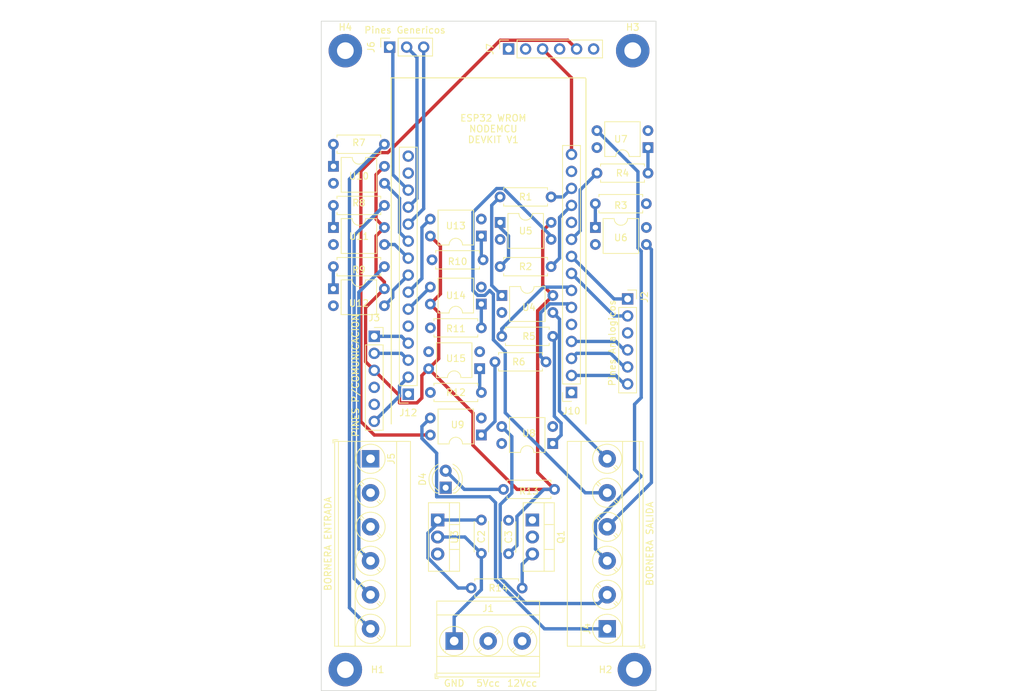
<source format=kicad_pcb>
(kicad_pcb (version 20240108) (generator "pcbnew") (generator_version "8.0")
  (layers (0 "F.Cu" signal) (31 "B.Cu" signal) (36 "B.SilkS" user "B.Silkscreen") (37 "F.SilkS" user "F.Silkscreen") (38 "B.Mask" user) (39 "F.Mask" user) (44 "Edge.Cuts" user))
  (net 0 "")
  (net 1 "+12V")
  (net 2 "GND")
  (net 3 "+5V")
  (net 4 "/ADC1")
  (net 5 "/ADC2")
  (net 6 "/DAC1")
  (net 7 "/DAC2")
  (net 8 "/OUT-3")
  (net 9 "/OUT-2")
  (net 10 "/OUT-1")
  (net 11 "/I2C-SCL")
  (net 12 "/UART-TX")
  (net 13 "/UART-RX")
  (net 14 "/I2C-SDA")
  (net 15 "/IN-5")
  (net 16 "/IN-4")
  (net 17 "/IN-3")
  (net 18 "/IN-2")
  (net 19 "/IN-1")
  (net 20 "Net-(R2-Pad2)")
  (net 21 "Net-(R3-Pad2)")
  (net 22 "/EN")
  (net 23 "Net-(Q1-B)")
  (net 24 "Net-(R7-Pad1)")
  (net 25 "Net-(R8-Pad1)")
  (net 26 "/OUT-6")
  (net 27 "/OUT-5")
  (net 28 "/OUT-4")
  (net 29 "Net-(R4-Pad2)")
  (net 30 "Net-(R5-Pad2)")
  (net 31 "Net-(R6-Pad2)")
  (net 32 "Net-(R9-Pad1)")
  (net 33 "Net-(R10-Pad1)")
  (net 34 "Net-(R11-Pad1)")
  (net 35 "Net-(R12-Pad1)")
  (net 36 "/IN-6")
  (net 37 "Net-(D4-A)")
  (net 38 "Net-(J4-Pin_3)")
  (net 39 "Net-(R1-Pad2)")
  (net 40 "Net-(J4-Pin_2)")
  (net 41 "Net-(J4-Pin_6)")
  (net 42 "Net-(J4-Pin_5)")
  (net 43 "Net-(J4-Pin_1)")
  (net 44 "Net-(J4-Pin_4)")
  (net 45 "Net-(J5-Pin_3)")
  (net 46 "Net-(J5-Pin_5)")
  (net 47 "Net-(J5-Pin_6)")
  (net 48 "Net-(J5-Pin_1)")
  (net 49 "Net-(J5-Pin_2)")
  (net 50 "Net-(J5-Pin_4)")
  (net 52 "/Pin1")
  (net 53 "/Pin2")
  (net 54 "/Pin3")
  (net 55 "/ADC3")
  (net 56 "/ADC4")
  (footprint "TerminalBlock_Phoenix:TerminalBlock_Phoenix_MKDS-3-3-5.08_1x03_P5.08mm_Horizontal" (layer "F.Cu") (at 85.852 129.586)
    (property "Reference" "J1" (at 5.08 -4.872 0) (layer "F.SilkS"))
    (property "Value" "ALIMENTACIÓN")
    (pad "1" thru_hole rect (at 0 0) (size 2.6 2.6) (drill 1.3) (layers "*.Cu" "*.Mask") (net 2 "GND"))
    (pad "2" thru_hole circle (at 5.08 0) (size 2.6 2.6) (drill 1.3) (layers "*.Cu" "*.Mask") (net 3 "+5V"))
    (pad "3" thru_hole circle (at 10.16 0) (size 2.6 2.6) (drill 1.3) (layers "*.Cu" "*.Mask") (net 1 "+12V"))
  )
  (footprint "Connector_PinSocket_2.54mm:PinSocket_1x06_P2.54mm_Vertical" (layer "F.Cu") (at 93.98 41.148 90)
    (property "Reference" "J7" (at -0.025 -2.77 90) (layer "F.SilkS"))
    (property "Value" "Pines Alimentacion")
    (pad "1" thru_hole rect (at 0 0 90) (size 1.7 1.7) (drill 1) (layers "*.Cu" "*.Mask") (net 3 "+5V"))
    (pad "2" thru_hole oval (at 0 2.54 90) (size 1.7 1.7) (drill 1) (layers "*.Cu" "*.Mask") (net 2 "GND"))
    (pad "3" thru_hole oval (at 0 5.08 90) (size 1.7 1.7) (drill 1) (layers "*.Cu" "*.Mask") (net 3 "+5V"))
    (pad "4" thru_hole oval (at 0 7.62 90) (size 1.7 1.7) (drill 1) (layers "*.Cu" "*.Mask") (net 2 "GND"))
    (pad "5" thru_hole oval (at 0 10.16 90) (size 1.7 1.7) (drill 1) (layers "*.Cu" "*.Mask") (net 1 "+12V"))
    (pad "6" thru_hole oval (at 0 12.7 90) (size 1.7 1.7) (drill 1) (layers "*.Cu" "*.Mask") (net 2 "GND"))
  )
  (footprint "MountingHole:MountingHole_2.5mm_Pad" (layer "F.Cu") (at 112.522 41.402)
    (property "Reference" "H3" (at 0 -3.5 0) (layer "F.SilkS"))
    (property "Value" "MountingHole")
    (pad "1" thru_hole circle (at 0 0) (size 5 5) (drill 2.5) (layers "*.Cu" "*.Mask"))
  )
  (footprint "Capacitor_THT:C_Disc_D4.3mm_W1.9mm_P5.00mm" (layer "F.Cu") (at 89.916 111.506 -90)
    (property "Reference" "C2" (at 2.5 0 90) (layer "F.SilkS"))
    (property "Value" "103")
    (pad "1" thru_hole circle (at 0 0 270) (size 1.6 1.6) (drill 0.8) (layers "*.Cu" "*.Mask") (net 23 "Net-(Q1-B)"))
    (pad "2" thru_hole circle (at 5 0 270) (size 1.6 1.6) (drill 0.8) (layers "*.Cu" "*.Mask") (net 2 "GND"))
  )
  (footprint "Connector_PinSocket_2.54mm:PinSocket_1x06_P2.54mm_Vertical" (layer "F.Cu") (at 111.76 78.486)
    (property "Reference" "J2" (at 2.515 -0.279 90) (layer "F.SilkS"))
    (property "Value" "Pines Analogicos" (at -2.311 6.579 90) (layer "F.SilkS"))
    (pad "1" thru_hole rect (at 0 0) (size 1.7 1.7) (drill 1) (layers "*.Cu" "*.Mask") (net 6 "/DAC1"))
    (pad "2" thru_hole oval (at 0 2.54) (size 1.7 1.7) (drill 1) (layers "*.Cu" "*.Mask") (net 7 "/DAC2"))
    (pad "3" thru_hole oval (at 0 5.08) (size 1.7 1.7) (drill 1) (layers "*.Cu" "*.Mask") (net 4 "/ADC1"))
    (pad "4" thru_hole oval (at 0 7.62) (size 1.7 1.7) (drill 1) (layers "*.Cu" "*.Mask") (net 5 "/ADC2"))
    (pad "5" thru_hole oval (at 0 10.16) (size 1.7 1.7) (drill 1) (layers "*.Cu" "*.Mask") (net 55 "/ADC3"))
    (pad "6" thru_hole oval (at 0 12.7) (size 1.7 1.7) (drill 1) (layers "*.Cu" "*.Mask") (net 56 "/ADC4"))
  )
  (footprint "Package_TO_SOT_THT:TO-220-3_Vertical" (layer "F.Cu") (at 97.536 111.506 -90)
    (property "Reference" "Q1" (at 2.54 -4.27 90) (layer "F.SilkS"))
    (property "Value" "Q_PNP_BCE")
    (pad "1" thru_hole rect (at 0 0 270) (size 1.905 2) (drill 1.1) (layers "*.Cu" "*.Mask") (net 23 "Net-(Q1-B)"))
    (pad "2" thru_hole oval (at 2.54 0 270) (size 1.905 2) (drill 1.1) (layers "*.Cu" "*.Mask") (net 3 "+5V"))
    (pad "3" thru_hole oval (at 5.08 0 270) (size 1.905 2) (drill 1.1) (layers "*.Cu" "*.Mask") (net 1 "+12V"))
  )
  (footprint "Package_DIP:DIP-4_W7.62mm" (layer "F.Cu") (at 92.974 77.973)
    (property "Reference" "U4" (at 4.054 1.783 0) (layer "F.SilkS"))
    (property "Value" "PC817")
    (pad "1" thru_hole rect (at 0 0) (size 1.6 1.6) (drill 0.8) (layers "*.Cu" "*.Mask") (net 39 "Net-(R1-Pad2)"))
    (pad "2" thru_hole oval (at 0 2.54) (size 1.6 1.6) (drill 0.8) (layers "*.Cu" "*.Mask") (net 2 "GND"))
    (pad "3" thru_hole oval (at 7.62 2.54) (size 1.6 1.6) (drill 0.8) (layers "*.Cu" "*.Mask") (net 41 "Net-(J4-Pin_6)"))
    (pad "4" thru_hole oval (at 7.62 0) (size 1.6 1.6) (drill 0.8) (layers "*.Cu" "*.Mask") (net 3 "+5V"))
  )
  (footprint "Connector_PinSocket_2.54mm:PinSocket_1x15_P2.54mm_Vertical" (layer "F.Cu") (at 103.378 92.456 180)
    (property "Reference" "J10" (at 0 -2.77 0) (layer "F.SilkS"))
    (property "Value" "Conn_01x15_Male")
    (pad "1" thru_hole rect (at 0 0 180) (size 1.7 1.7) (drill 1) (layers "*.Cu" "*.Mask") (net 22 "/EN"))
    (pad "2" thru_hole oval (at 0 2.54 180) (size 1.7 1.7) (drill 1) (layers "*.Cu" "*.Mask") (net 56 "/ADC4"))
    (pad "3" thru_hole oval (at 0 5.08 180) (size 1.7 1.7) (drill 1) (layers "*.Cu" "*.Mask") (net 55 "/ADC3"))
    (pad "4" thru_hole oval (at 0 7.62 180) (size 1.7 1.7) (drill 1) (layers "*.Cu" "*.Mask") (net 5 "/ADC2"))
    (pad "5" thru_hole oval (at 0 10.16 180) (size 1.7 1.7) (drill 1) (layers "*.Cu" "*.Mask") (net 4 "/ADC1"))
    (pad "6" thru_hole oval (at 0 12.7 180) (size 1.7 1.7) (drill 1) (layers "*.Cu" "*.Mask") (net 10 "/OUT-1"))
    (pad "7" thru_hole oval (at 0 15.24 180) (size 1.7 1.7) (drill 1) (layers "*.Cu" "*.Mask") (net 9 "/OUT-2"))
    (pad "8" thru_hole oval (at 0 17.78 180) (size 1.7 1.7) (drill 1) (layers "*.Cu" "*.Mask") (net 7 "/DAC2"))
    (pad "9" thru_hole oval (at 0 20.32 180) (size 1.7 1.7) (drill 1) (layers "*.Cu" "*.Mask") (net 6 "/DAC1"))
    (pad "10" thru_hole oval (at 0 22.86 180) (size 1.7 1.7) (drill 1) (layers "*.Cu" "*.Mask") (net 8 "/OUT-3"))
    (pad "11" thru_hole oval (at 0 25.4 180) (size 1.7 1.7) (drill 1) (layers "*.Cu" "*.Mask") (net 28 "/OUT-4"))
    (pad "12" thru_hole oval (at 0 27.94 180) (size 1.7 1.7) (drill 1) (layers "*.Cu" "*.Mask") (net 27 "/OUT-5"))
    (pad "13" thru_hole oval (at 0 30.48 180) (size 1.7 1.7) (drill 1) (layers "*.Cu" "*.Mask") (net 26 "/OUT-6"))
    (pad "14" thru_hole oval (at 0 33.02 180) (size 1.7 1.7) (drill 1) (layers "*.Cu" "*.Mask") (net 2 "GND"))
    (pad "15" thru_hole oval (at 0 35.56 180) (size 1.7 1.7) (drill 1) (layers "*.Cu" "*.Mask") (net 3 "+5V"))
  )
  (footprint "MountingHole:MountingHole_2.5mm_Pad" (layer "F.Cu") (at 69.596 41.402)
    (property "Reference" "H4" (at 0 -3.5 0) (layer "F.SilkS"))
    (property "Value" "MountingHole")
    (pad "1" thru_hole circle (at 0 0) (size 5 5) (drill 2.5) (layers "*.Cu" "*.Mask"))
  )
  (footprint "Connector_PinSocket_2.54mm:PinSocket_1x03_P2.54mm_Vertical" (layer "F.Cu") (at 76.215 40.869 90)
    (property "Reference" "J6" (at 0 -2.77 90) (layer "F.SilkS"))
    (property "Value" "Pines Genericos" (at 2.54 2.286 180) (layer "F.SilkS"))
    (pad "1" thru_hole rect (at 0 0 90) (size 1.7 1.7) (drill 1) (layers "*.Cu" "*.Mask") (net 52 "/Pin1"))
    (pad "2" thru_hole oval (at 0 2.54 90) (size 1.7 1.7) (drill 1) (layers "*.Cu" "*.Mask") (net 53 "/Pin2"))
    (pad "3" thru_hole oval (at 0 5.08 90) (size 1.7 1.7) (drill 1) (layers "*.Cu" "*.Mask") (net 54 "/Pin3"))
  )
  (footprint "Resistor_THT:R_Axial_DIN0207_L6.3mm_D2.5mm_P7.62mm_Horizontal" (layer "F.Cu") (at 100.33 63.246 180)
    (property "Reference" "R1" (at 3.81 0 0) (layer "F.SilkS"))
    (property "Value" "330")
    (pad "1" thru_hole circle (at 0 0 180) (size 1.6 1.6) (drill 0.8) (layers "*.Cu" "*.Mask") (net 26 "/OUT-6"))
    (pad "2" thru_hole oval (at 7.62 0 180) (size 1.6 1.6) (drill 0.8) (layers "*.Cu" "*.Mask") (net 39 "Net-(R1-Pad2)"))
  )
  (footprint "Resistor_THT:R_Axial_DIN0207_L6.3mm_D2.5mm_P7.62mm_Horizontal" (layer "F.Cu") (at 99.568 87.884 180)
    (property "Reference" "R6" (at 4.064 0 180) (layer "F.SilkS"))
    (property "Value" "330")
    (pad "1" thru_hole circle (at 0 0 180) (size 1.6 1.6) (drill 0.8) (layers "*.Cu" "*.Mask") (net 10 "/OUT-1"))
    (pad "2" thru_hole oval (at 7.62 0 180) (size 1.6 1.6) (drill 0.8) (layers "*.Cu" "*.Mask") (net 31 "Net-(R6-Pad2)"))
  )
  (footprint "MountingHole:MountingHole_2.5mm_Pad" (layer "F.Cu") (at 69.596 133.858)
    (property "Reference" "H1" (at 4.826 0 0) (layer "F.SilkS"))
    (property "Value" "MountingHole")
    (pad "1" thru_hole circle (at 0 0) (size 5 5) (drill 2.5) (layers "*.Cu" "*.Mask"))
  )
  (footprint "Resistor_THT:R_Axial_DIN0207_L6.3mm_D2.5mm_P7.62mm_Horizontal" (layer "F.Cu") (at 100.838 106.934 180)
    (property "Reference" "R13" (at 3.81 -0.254 180) (layer "F.SilkS"))
    (property "Value" "330")
    (pad "1" thru_hole circle (at 0 0 180) (size 1.6 1.6) (drill 0.8) (layers "*.Cu" "*.Mask") (net 3 "+5V"))
    (pad "2" thru_hole oval (at 7.62 0 180) (size 1.6 1.6) (drill 0.8) (layers "*.Cu" "*.Mask") (net 37 "Net-(D4-A)"))
  )
  (footprint "Package_DIP:DIP-4_W7.62mm" (layer "F.Cu") (at 100.574 100.081 180)
    (property "Reference" "U8" (at 3.556 1.524 0) (layer "F.SilkS"))
    (property "Value" "PC817")
    (pad "1" thru_hole rect (at 0 0 180) (size 1.6 1.6) (drill 0.8) (layers "*.Cu" "*.Mask") (net 30 "Net-(R5-Pad2)"))
    (pad "2" thru_hole oval (at 0 2.54 180) (size 1.6 1.6) (drill 0.8) (layers "*.Cu" "*.Mask") (net 2 "GND"))
    (pad "3" thru_hole oval (at 7.62 2.54 180) (size 1.6 1.6) (drill 0.8) (layers "*.Cu" "*.Mask") (net 40 "Net-(J4-Pin_2)"))
    (pad "4" thru_hole oval (at 7.62 0 180) (size 1.6 1.6) (drill 0.8) (layers "*.Cu" "*.Mask") (net 1 "+12V"))
  )
  (footprint "Resistor_THT:R_Axial_DIN0207_L6.3mm_D2.5mm_P7.62mm_Horizontal" (layer "F.Cu") (at 88.392 121.666)
    (property "Reference" "R14" (at 4.064 0 0) (layer "F.SilkS"))
    (property "Value" "3")
    (pad "1" thru_hole circle (at 0 0) (size 1.6 1.6) (drill 0.8) (layers "*.Cu" "*.Mask") (net 23 "Net-(Q1-B)"))
    (pad "2" thru_hole oval (at 7.62 0) (size 1.6 1.6) (drill 0.8) (layers "*.Cu" "*.Mask") (net 1 "+12V"))
  )
  (footprint "Resistor_THT:R_Axial_DIN0207_L6.3mm_D2.5mm_P7.62mm_Horizontal" (layer "F.Cu") (at 114.554 64.262 180)
    (property "Reference" "R3" (at 3.81 -0.254 0) (layer "F.SilkS"))
    (property "Value" "330")
    (pad "1" thru_hole circle (at 0 0 180) (size 1.6 1.6) (drill 0.8) (layers "*.Cu" "*.Mask") (net 28 "/OUT-4"))
    (pad "2" thru_hole oval (at 7.62 0 180) (size 1.6 1.6) (drill 0.8) (layers "*.Cu" "*.Mask") (net 21 "Net-(R3-Pad2)"))
  )
  (footprint "Resistor_THT:R_Axial_DIN0207_L6.3mm_D2.5mm_P7.62mm_Horizontal" (layer "F.Cu") (at 67.808 64.521)
    (property "Reference" "R8" (at 3.81 -0.3805 0) (layer "F.SilkS"))
    (property "Value" "10k")
    (pad "1" thru_hole circle (at 0 0) (size 1.6 1.6) (drill 0.8) (layers "*.Cu" "*.Mask") (net 25 "Net-(R8-Pad1)"))
    (pad "2" thru_hole oval (at 7.62 0) (size 1.6 1.6) (drill 0.8) (layers "*.Cu" "*.Mask") (net 46 "Net-(J5-Pin_5)"))
  )
  (footprint "Package_DIP:DIP-4_W7.62mm" (layer "F.Cu") (at 67.818 67.818)
    (property "Reference" "U11" (at 3.81 1.3225 0) (layer "F.SilkS"))
    (property "Value" "PC817")
    (pad "1" thru_hole rect (at 0 0) (size 1.6 1.6) (drill 0.8) (layers "*.Cu" "*.Mask") (net 25 "Net-(R8-Pad1)"))
    (pad "2" thru_hole oval (at 0 2.54) (size 1.6 1.6) (drill 0.8) (layers "*.Cu" "*.Mask") (net 2 "GND"))
    (pad "3" thru_hole oval (at 7.62 2.54) (size 1.6 1.6) (drill 0.8) (layers "*.Cu" "*.Mask") (net 15 "/IN-5"))
    (pad "4" thru_hole oval (at 7.62 0) (size 1.6 1.6) (drill 0.8) (layers "*.Cu" "*.Mask") (net 3 "+5V"))
  )
  (footprint "Connector_PinSocket_2.54mm:PinSocket_1x06_P2.54mm_Vertical" (layer "F.Cu") (at 73.914 84.074)
    (property "Reference" "J3" (at 0 -2.77 0) (layer "F.SilkS"))
    (property "Value" "PINES P/COMUNICACION" (at -2.794 5.842 -90) (layer "F.SilkS"))
    (pad "1" thru_hole rect (at 0 0) (size 1.7 1.7) (drill 1) (layers "*.Cu" "*.Mask") (net 13 "/UART-RX"))
    (pad "2" thru_hole oval (at 0 2.54) (size 1.7 1.7) (drill 1) (layers "*.Cu" "*.Mask") (net 12 "/UART-TX"))
    (pad "3" thru_hole oval (at 0 5.08) (size 1.7 1.7) (drill 1) (layers "*.Cu" "*.Mask") (net 3 "+5V"))
    (pad "4" thru_hole oval (at 0 7.62) (size 1.7 1.7) (drill 1) (layers "*.Cu" "*.Mask") (net 2 "GND"))
    (pad "5" thru_hole oval (at 0 10.16) (size 1.7 1.7) (drill 1) (layers "*.Cu" "*.Mask") (net 14 "/I2C-SDA"))
    (pad "6" thru_hole oval (at 0 12.7) (size 1.7 1.7) (drill 1) (layers "*.Cu" "*.Mask") (net 11 "/I2C-SCL"))
  )
  (footprint "Resistor_THT:R_Axial_DIN0207_L6.3mm_D2.5mm_P7.62mm_Horizontal" (layer "F.Cu") (at 92.964 84.074)
    (property "Reference" "R5" (at 4.064 0 0) (layer "F.SilkS"))
    (property "Value" "330")
    (pad "1" thru_hole circle (at 0 0) (size 1.6 1.6) (drill 0.8) (layers "*.Cu" "*.Mask") (net 9 "/OUT-2"))
    (pad "2" thru_hole oval (at 7.62 0) (size 1.6 1.6) (drill 0.8) (layers "*.Cu" "*.Mask") (net 30 "Net-(R5-Pad2)"))
  )
  (footprint "Package_DIP:DIP-4_W7.62mm" (layer "F.Cu") (at 89.906 79.253 180)
    (property "Reference" "U14" (at 3.8 1.275 0) (layer "F.SilkS"))
    (property "Value" "PC817")
    (pad "1" thru_hole rect (at 0 0 180) (size 1.6 1.6) (drill 0.8) (layers "*.Cu" "*.Mask") (net 34 "Net-(R11-Pad1)"))
    (pad "2" thru_hole oval (at 0 2.54 180) (size 1.6 1.6) (drill 0.8) (layers "*.Cu" "*.Mask") (net 2 "GND"))
    (pad "3" thru_hole oval (at 7.62 2.54 180) (size 1.6 1.6) (drill 0.8) (layers "*.Cu" "*.Mask") (net 18 "/IN-2"))
    (pad "4" thru_hole oval (at 7.62 0 180) (size 1.6 1.6) (drill 0.8) (layers "*.Cu" "*.Mask") (net 3 "+5V"))
  )
  (footprint "Package_DIP:DIP-4_W7.62mm" (layer "F.Cu") (at 89.906 69.093 180)
    (property "Reference" "U13" (at 3.81 1.524 0) (layer "F.SilkS"))
    (property "Value" "PC817")
    (pad "1" thru_hole rect (at 0 0 180) (size 1.6 1.6) (drill 0.8) (layers "*.Cu" "*.Mask") (net 33 "Net-(R10-Pad1)"))
    (pad "2" thru_hole oval (at 0 2.54 180) (size 1.6 1.6) (drill 0.8) (layers "*.Cu" "*.Mask") (net 2 "GND"))
    (pad "3" thru_hole oval (at 7.62 2.54 180) (size 1.6 1.6) (drill 0.8) (layers "*.Cu" "*.Mask") (net 17 "/IN-3"))
    (pad "4" thru_hole oval (at 7.62 0 180) (size 1.6 1.6) (drill 0.8) (layers "*.Cu" "*.Mask") (net 3 "+5V"))
  )
  (footprint "Package_DIP:DIP-4_W7.62mm" (layer "F.Cu") (at 106.944 67.813)
    (property "Reference" "U6" (at 3.8 1.529 0) (layer "F.SilkS"))
    (property "Value" "PC817")
    (pad "1" thru_hole rect (at 0 0) (size 1.6 1.6) (drill 0.8) (layers "*.Cu" "*.Mask") (net 21 "Net-(R3-Pad2)"))
    (pad "2" thru_hole oval (at 0 2.54) (size 1.6 1.6) (drill 0.8) (layers "*.Cu" "*.Mask") (net 2 "GND"))
    (pad "3" thru_hole oval (at 7.62 2.54) (size 1.6 1.6) (drill 0.8) (layers "*.Cu" "*.Mask") (net 44 "Net-(J4-Pin_4)"))
    (pad "4" thru_hole oval (at 7.62 0) (size 1.6 1.6) (drill 0.8) (layers "*.Cu" "*.Mask") (net 3 "+5V"))
  )
  (footprint "TerminalBlock_Phoenix:TerminalBlock_Phoenix_MKDS-3-6-5.08_1x06_P5.08mm_Horizontal" (layer "F.Cu") (at 108.712 127.762 90)
    (property "Reference" "J4" (at 0 -3.048 90) (layer "F.SilkS"))
    (property "Value" "BORNERA SALIDA" (at 12.7 6.36 90) (layer "F.SilkS"))
    (pad "1" thru_hole rect (at 0 0 90) (size 2.6 2.6) (drill 1.3) (layers "*.Cu" "*.Mask") (net 43 "Net-(J4-Pin_1)"))
    (pad "2" thru_hole circle (at 5.08 0 90) (size 2.6 2.6) (drill 1.3) (layers "*.Cu" "*.Mask") (net 40 "Net-(J4-Pin_2)"))
    (pad "3" thru_hole circle (at 10.16 0 90) (size 2.6 2.6) (drill 1.3) (layers "*.Cu" "*.Mask") (net 38 "Net-(J4-Pin_3)"))
    (pad "4" thru_hole circle (at 15.24 0 90) (size 2.6 2.6) (drill 1.3) (layers "*.Cu" "*.Mask") (net 44 "Net-(J4-Pin_4)"))
    (pad "5" thru_hole circle (at 20.32 0 90) (size 2.6 2.6) (drill 1.3) (layers "*.Cu" "*.Mask") (net 42 "Net-(J4-Pin_5)"))
    (pad "6" thru_hole circle (at 25.4 0 90) (size 2.6 2.6) (drill 1.3) (layers "*.Cu" "*.Mask") (net 41 "Net-(J4-Pin_6)"))
  )
  (footprint "MountingHole:MountingHole_2.5mm_Pad" (layer "F.Cu") (at 112.776 133.858)
    (property "Reference" "H2" (at -4.318 0 0) (layer "F.SilkS"))
    (property "Value" "MountingHole")
    (pad "1" thru_hole circle (at 0 0) (size 5 5) (drill 2.5) (layers "*.Cu" "*.Mask"))
  )
  (footprint "Resistor_THT:R_Axial_DIN0207_L6.3mm_D2.5mm_P7.62mm_Horizontal" (layer "F.Cu") (at 100.33 73.66 180)
    (property "Reference" "R2" (at 3.81 0 0) (layer "F.SilkS"))
    (property "Value" "330")
    (pad "1" thru_hole circle (at 0 0 180) (size 1.6 1.6) (drill 0.8) (layers "*.Cu" "*.Mask") (net 27 "/OUT-5"))
    (pad "2" thru_hole oval (at 7.62 0 180) (size 1.6 1.6) (drill 0.8) (layers "*.Cu" "*.Mask") (net 20 "Net-(R2-Pad2)"))
  )
  (footprint "Package_DIP:DIP-4_W7.62mm" (layer "F.Cu") (at 89.662 88.905 180)
    (property "Reference" "U15" (at 3.546 1.529 0) (layer "F.SilkS"))
    (property "Value" "PC817")
    (pad "1" thru_hole rect (at 0 0 180) (size 1.6 1.6) (drill 0.8) (layers "*.Cu" "*.Mask") (net 35 "Net-(R12-Pad1)"))
    (pad "2" thru_hole oval (at 0 2.54 180) (size 1.6 1.6) (drill 0.8) (layers "*.Cu" "*.Mask") (net 2 "GND"))
    (pad "3" thru_hole oval (at 7.62 2.54 180) (size 1.6 1.6) (drill 0.8) (layers "*.Cu" "*.Mask") (net 19 "/IN-1"))
    (pad "4" thru_hole oval (at 7.62 0 180) (size 1.6 1.6) (drill 0.8) (layers "*.Cu" "*.Mask") (net 3 "+5V"))
  )
  (footprint "Resistor_THT:R_Axial_DIN0207_L6.3mm_D2.5mm_P7.62mm_Horizontal" (layer "F.Cu") (at 90.17 72.644 180)
    (property "Reference" "R10" (at 3.81 -0.259 0) (layer "F.SilkS"))
    (property "Value" "10k")
    (pad "1" thru_hole circle (at 0 0 180) (size 1.6 1.6) (drill 0.8) (layers "*.Cu" "*.Mask") (net 33 "Net-(R10-Pad1)"))
    (pad "2" thru_hole oval (at 7.62 0 180) (size 1.6 1.6) (drill 0.8) (layers "*.Cu" "*.Mask") (net 45 "Net-(J5-Pin_3)"))
  )
  (footprint "Package_DIP:DIP-4_W7.62mm" (layer "F.Cu") (at 114.798 55.885 180)
    (property "Reference" "U7" (at 4.054 1.275 0) (layer "F.SilkS"))
    (property "Value" "PC817")
    (pad "1" thru_hole rect (at 0 0 180) (size 1.6 1.6) (drill 0.8) (layers "*.Cu" "*.Mask") (net 29 "Net-(R4-Pad2)"))
    (pad "2" thru_hole oval (at 0 2.54 180) (size 1.6 1.6) (drill 0.8) (layers "*.Cu" "*.Mask") (net 2 "GND"))
    (pad "3" thru_hole oval (at 7.62 2.54 180) (size 1.6 1.6) (drill 0.8) (layers "*.Cu" "*.Mask") (net 38 "Net-(J4-Pin_3)"))
    (pad "4" thru_hole oval (at 7.62 0 180) (size 1.6 1.6) (drill 0.8) (layers "*.Cu" "*.Mask") (net 1 "+12V"))
  )
  (footprint "Connector_PinSocket_2.54mm:PinSocket_1x15_P2.54mm_Vertical" (layer "F.Cu") (at 78.994 92.71 180)
    (property "Reference" "J12" (at 0 -2.77 0) (layer "F.SilkS"))
    (property "Value" "Conn_01x15_Male")
    (pad "1" thru_hole rect (at 0 0 180) (size 1.7 1.7) (drill 1) (layers "*.Cu" "*.Mask") (net 19 "/IN-1"))
    (pad "2" thru_hole oval (at 0 2.54 180) (size 1.7 1.7) (drill 1) (layers "*.Cu" "*.Mask") (net 11 "/I2C-SCL"))
    (pad "3" thru_hole oval (at 0 5.08 180) (size 1.7 1.7) (drill 1) (layers "*.Cu" "*.Mask") (net 12 "/UART-TX"))
    (pad "4" thru_hole oval (at 0 7.62 180) (size 1.7 1.7) (drill 1) (layers "*.Cu" "*.Mask") (net 13 "/UART-RX"))
    (pad "5" thru_hole oval (at 0 10.16 180) (size 1.7 1.7) (drill 1) (layers "*.Cu" "*.Mask") (net 14 "/I2C-SDA"))
    (pad "6" thru_hole oval (at 0 12.7 180) (size 1.7 1.7) (drill 1) (layers "*.Cu" "*.Mask") (net 18 "/IN-2"))
    (pad "7" thru_hole oval (at 0 15.24 180) (size 1.7 1.7) (drill 1) (layers "*.Cu" "*.Mask") (net 17 "/IN-3"))
    (pad "8" thru_hole oval (at 0 17.78 180) (size 1.7 1.7) (drill 1) (layers "*.Cu" "*.Mask") (net 16 "/IN-4"))
    (pad "9" thru_hole oval (at 0 20.32 180) (size 1.7 1.7) (drill 1) (layers "*.Cu" "*.Mask") (net 15 "/IN-5"))
    (pad "10" thru_hole oval (at 0 22.86 180) (size 1.7 1.7) (drill 1) (layers "*.Cu" "*.Mask") (net 36 "/IN-6"))
    (pad "11" thru_hole oval (at 0 25.4 180) (size 1.7 1.7) (drill 1) (layers "*.Cu" "*.Mask") (net 54 "/Pin3"))
    (pad "12" thru_hole oval (at 0 27.94 180) (size 1.7 1.7) (drill 1) (layers "*.Cu" "*.Mask") (net 53 "/Pin2"))
    (pad "13" thru_hole oval (at 0 30.48 180) (size 1.7 1.7) (drill 1) (layers "*.Cu" "*.Mask") (net 52 "/Pin1"))
    (pad "14" thru_hole oval (at 0 33.02 180) (size 1.7 1.7) (drill 1) (layers "*.Cu" "*.Mask") (net 2 "GND"))
    (pad "15" thru_hole oval (at 0 35.56 180) (size 1.7 1.7) (drill 1) (layers "*.Cu" "*.Mask"))
  )
  (footprint "Resistor_THT:R_Axial_DIN0207_L6.3mm_D2.5mm_P7.62mm_Horizontal" (layer "F.Cu") (at 89.916 92.456 180)
    (property "Reference" "R12" (at 3.81 0 0) (layer "F.SilkS"))
    (property "Value" "10k" (hide yes))
    (pad "1" thru_hole circle (at 0 0 180) (size 1.6 1.6) (drill 0.8) (layers "*.Cu" "*.Mask") (net 35 "Net-(R12-Pad1)"))
    (pad "2" thru_hole oval (at 7.62 0 180) (size 1.6 1.6) (drill 0.8) (layers "*.Cu" "*.Mask") (net 48 "Net-(J5-Pin_1)"))
  )
  (footprint "Package_DIP:DIP-4_W7.62mm" (layer "F.Cu") (at 67.818 58.674)
    (property "Reference" "U10" (at 3.81 1.4665 0) (layer "F.SilkS"))
    (property "Value" "PC817")
    (pad "1" thru_hole rect (at 0 0) (size 1.6 1.6) (drill 0.8) (layers "*.Cu" "*.Mask") (net 24 "Net-(R7-Pad1)"))
    (pad "2" thru_hole oval (at 0 2.54) (size 1.6 1.6) (drill 0.8) (layers "*.Cu" "*.Mask") (net 2 "GND"))
    (pad "3" thru_hole oval (at 7.62 2.54) (size 1.6 1.6) (drill 0.8) (layers "*.Cu" "*.Mask") (net 36 "/IN-6"))
    (pad "4" thru_hole oval (at 7.62 0) (size 1.6 1.6) (drill 0.8) (layers "*.Cu" "*.Mask") (net 3 "+5V"))
  )
  (footprint "Resistor_THT:R_Axial_DIN0207_L6.3mm_D2.5mm_P7.62mm_Horizontal" (layer "F.Cu") (at 89.916 82.804 180)
    (property "Reference" "R11" (at 3.81 -0.127 0) (layer "F.SilkS"))
    (property "Value" "10k")
    (pad "1" thru_hole circle (at 0 0 180) (size 1.6 1.6) (drill 0.8) (layers "*.Cu" "*.Mask") (net 34 "Net-(R11-Pad1)"))
    (pad "2" thru_hole oval (at 7.62 0 180) (size 1.6 1.6) (drill 0.8) (layers "*.Cu" "*.Mask") (net 49 "Net-(J5-Pin_2)"))
  )
  (footprint "LED_THT:LED_D4.0mm" (layer "F.Cu") (at 84.582 106.685 90)
    (property "Reference" "D4" (at 1.27 -3.46 90) (layer "F.SilkS"))
    (property "Value" "LED")
    (pad "1" thru_hole rect (at 0 0 90) (size 1.8 1.8) (drill 0.9) (layers "*.Cu" "*.Mask") (net 2 "GND"))
    (pad "2" thru_hole circle (at 2.54 0 90) (size 1.8 1.8) (drill 0.9) (layers "*.Cu" "*.Mask") (net 37 "Net-(D4-A)"))
  )
  (footprint "Package_DIP:DIP-4_W7.62mm" (layer "F.Cu") (at 92.72 67.051)
    (property "Reference" "U5" (at 3.81 1.275 0) (layer "F.SilkS"))
    (property "Value" "PC817")
    (pad "1" thru_hole rect (at 0 0) (size 1.6 1.6) (drill 0.8) (layers "*.Cu" "*.Mask") (net 20 "Net-(R2-Pad2)"))
    (pad "2" thru_hole oval (at 0 2.54) (size 1.6 1.6) (drill 0.8) (layers "*.Cu" "*.Mask") (net 2 "GND"))
    (pad "3" thru_hole oval (at 7.62 2.54) (size 1.6 1.6) (drill 0.8) (layers "*.Cu" "*.Mask") (net 42 "Net-(J4-Pin_5)"))
    (pad "4" thru_hole oval (at 7.62 0) (size 1.6 1.6) (drill 0.8) (layers "*.Cu" "*.Mask") (net 3 "+5V"))
  )
  (footprint "TerminalBlock_Phoenix:TerminalBlock_Phoenix_MKDS-3-6-5.08_1x06_P5.08mm_Horizontal" (layer "F.Cu") (at 73.36 102.362 -90)
    (property "Reference" "J5" (at 0 -3.094 90) (layer "F.SilkS"))
    (property "Value" "BORNERA ENTRADA" (at 12.7 6.36 90) (layer "F.SilkS"))
    (pad "1" thru_hole rect (at 0 0 270) (size 2.6 2.6) (drill 1.3) (layers "*.Cu" "*.Mask") (net 48 "Net-(J5-Pin_1)"))
    (pad "2" thru_hole circle (at 5.08 0 270) (size 2.6 2.6) (drill 1.3) (layers "*.Cu" "*.Mask") (net 49 "Net-(J5-Pin_2)"))
    (pad "3" thru_hole circle (at 10.16 0 270) (size 2.6 2.6) (drill 1.3) (layers "*.Cu" "*.Mask") (net 45 "Net-(J5-Pin_3)"))
    (pad "4" thru_hole circle (at 15.24 0 270) (size 2.6 2.6) (drill 1.3) (layers "*.Cu" "*.Mask") (net 50 "Net-(J5-Pin_4)"))
    (pad "5" thru_hole circle (at 20.32 0 270) (size 2.6 2.6) (drill 1.3) (layers "*.Cu" "*.Mask") (net 46 "Net-(J5-Pin_5)"))
    (pad "6" thru_hole circle (at 25.4 0 270) (size 2.6 2.6) (drill 1.3) (layers "*.Cu" "*.Mask") (net 47 "Net-(J5-Pin_6)"))
  )
  (footprint "Package_DIP:DIP-4_W7.62mm" (layer "F.Cu") (at 67.808 76.962)
    (property "Reference" "U12" (at 3.81 2.1785 0) (layer "F.SilkS"))
    (property "Value" "PC817")
    (pad "1" thru_hole rect (at 0 0) (size 1.6 1.6) (drill 0.8) (layers "*.Cu" "*.Mask") (net 32 "Net-(R9-Pad1)"))
    (pad "2" thru_hole oval (at 0 2.54) (size 1.6 1.6) (drill 0.8) (layers "*.Cu" "*.Mask") (net 2 "GND"))
    (pad "3" thru_hole oval (at 7.62 2.54) (size 1.6 1.6) (drill 0.8) (layers "*.Cu" "*.Mask") (net 16 "/IN-4"))
    (pad "4" thru_hole oval (at 7.62 0) (size 1.6 1.6) (drill 0.8) (layers "*.Cu" "*.Mask") (net 3 "+5V"))
  )
  (footprint "Resistor_THT:R_Axial_DIN0207_L6.3mm_D2.5mm_P7.62mm_Horizontal" (layer "F.Cu") (at 67.808 55.377)
    (property "Reference" "R7" (at 3.81 -0.2365 0) (layer "F.SilkS"))
    (property "Value" "10k")
    (pad "1" thru_hole circle (at 0 0) (size 1.6 1.6) (drill 0.8) (layers "*.Cu" "*.Mask") (net 24 "Net-(R7-Pad1)"))
    (pad "2" thru_hole oval (at 7.62 0) (size 1.6 1.6) (drill 0.8) (layers "*.Cu" "*.Mask") (net 47 "Net-(J5-Pin_6)"))
  )
  (footprint "Resistor_THT:R_Axial_DIN0207_L6.3mm_D2.5mm_P7.62mm_Horizontal" (layer "F.Cu") (at 107.188 59.69)
    (property "Reference" "R4" (at 3.81 0 0) (layer "F.SilkS"))
    (property "Value" "330" (hide yes))
    (pad "1" thru_hole circle (at 0 0) (size 1.6 1.6) (drill 0.8) (layers "*.Cu" "*.Mask") (net 8 "/OUT-3"))
    (pad "2" thru_hole oval (at 7.62 0) (size 1.6 1.6) (drill 0.8) (layers "*.Cu" "*.Mask") (net 29 "Net-(R4-Pad2)"))
  )
  (footprint "Resistor_THT:R_Axial_DIN0207_L6.3mm_D2.5mm_P7.62mm_Horizontal" (layer "F.Cu") (at 67.808 73.665)
    (property "Reference" "R9" (at 3.81 0.4755 0) (layer "F.SilkS"))
    (property "Value" "10k" (hide yes))
    (pad "1" thru_hole circle (at 0 0) (size 1.6 1.6) (drill 0.8) (layers "*.Cu" "*.Mask") (net 32 "Net-(R9-Pad1)"))
    (pad "2" thru_hole oval (at 7.62 0) (size 1.6 1.6) (drill 0.8) (layers "*.Cu" "*.Mask") (net 50 "Net-(J5-Pin_4)"))
  )
  (footprint "Capacitor_THT:C_Disc_D4.3mm_W1.9mm_P5.00mm" (layer "F.Cu") (at 93.98 116.546 90)
    (property "Reference" "C3" (at 2.5 0 90) (layer "F.SilkS"))
    (property "Value" "103")
    (pad "1" thru_hole circle (at 0 0 90) (size 1.6 1.6) (drill 0.8) (layers "*.Cu" "*.Mask") (net 3 "+5V"))
    (pad "2" thru_hole circle (at 5 0 90) (size 1.6 1.6) (drill 0.8) (layers "*.Cu" "*.Mask") (net 2 "GND"))
  )
  (footprint "Package_DIP:DIP-4_W7.62mm" (layer "F.Cu") (at 89.906 98.811 180)
    (property "Reference" "U9" (at 3.546 1.529 0) (layer "F.SilkS"))
    (property "Value" "PC817" (hide yes))
    (pad "1" thru_hole rect (at 0 0 180) (size 1.6 1.6) (drill 0.8) (layers "*.Cu" "*.Mask") (net 31 "Net-(R6-Pad2)"))
    (pad "2" thru_hole oval (at 0 2.54 180) (size 1.6 1.6) (drill 0.8) (layers "*.Cu" "*.Mask") (net 2 "GND"))
    (pad "3" thru_hole oval (at 7.62 2.54 180) (size 1.6 1.6) (drill 0.8) (layers "*.Cu" "*.Mask") (net 43 "Net-(J4-Pin_1)"))
    (pad "4" thru_hole oval (at 7.62 0 180) (size 1.6 1.6) (drill 0.8) (layers "*.Cu" "*.Mask") (net 1 "+12V"))
  )
  (footprint "Package_TO_SOT_THT:TO-220-3_Vertical" (layer "F.Cu") (at 83.383 111.506 -90)
    (property "Reference" "U3" (at 2.54 -2.529 90) (layer "F.SilkS"))
    (property "Value" "L7805")
    (pad "1" thru_hole rect (at 0 0 270) (size 1.905 2) (drill 1.1) (layers "*.Cu" "*.Mask") (net 23 "Net-(Q1-B)"))
    (pad "2" thru_hole oval (at 2.54 0 270) (size 1.905 2) (drill 1.1) (layers "*.Cu" "*.Mask") (net 2 "GND"))
    (pad "3" thru_hole oval (at 5.08 0 270) (size 1.905 2) (drill 1.1) (layers "*.Cu" "*.Mask") (net 3 "+5V"))
  )
  (gr_line (start 76.3905 45.466) (end 105.4735 45.466) (stroke (width 0.15)) (layer "F.SilkS"))
  (gr_line (start 105.537 97.155) (end 105.537 45.593) (stroke (width 0.15)) (layer "F.SilkS"))
  (gr_line (start 76.454 45.593) (end 76.454 97.155) (stroke (width 0.15)) (layer "F.SilkS"))
  (gr_line (start 66 137) (end 116 137) (stroke (width 0.1)) (layer "Edge.Cuts"))
  (gr_line (start 116 137) (end 116 37) (stroke (width 0.1)) (layer "Edge.Cuts"))
  (gr_line (start 116 37) (end 66 37) (stroke (width 0.1)) (layer "Edge.Cuts"))
  (gr_line (start 66 37) (end 66 137) (stroke (width 0.1)) (layer "Edge.Cuts"))
  (gr_text "ESP32 WROM\nNODEMCU\nDEVKIT V1" (at 91.694 53.086 0) (layer "F.SilkS") (effects (font (size 1 1))))
  (gr_text "5Vcc" (at 90.932 135.89 0) (layer "F.SilkS") (effects (font (size 1 1))))
  (gr_text "12Vcc" (at 96.012 135.89 0) (layer "F.SilkS") (effects (font (size 1 1))))
  (gr_text "GND" (at 85.852 135.89 0) (layer "F.SilkS") (effects (font (size 1 1))))
  (segment (start 74.691 56.627) (end 71.914 59.404) (width 0.5) (layer "F.Cu") (net 1))
  (segment (start 75.945767 56.627) (end 74.691 56.627) (width 0.5) (layer "F.Cu") (net 1))
  (segment (start 92.724767 39.848) (end 75.945767 56.627) (width 0.5) (layer "F.Cu") (net 1))
  (segment (start 104.14 41.148) (end 102.84 39.848) (width 0.5) (layer "F.Cu") (net 1))
  (segment (start 71.914 96.806) (end 73.919 98.811) (width 0.5) (layer "F.Cu") (net 1))
  (segment (start 73.919 98.811) (end 82.286 98.811) (width 0.5) (layer "F.Cu") (net 1))
  (segment (start 71.914 59.404) (end 71.914 96.806) (width 0.5) (layer "F.Cu") (net 1))
  (segment (start 102.84 39.848) (end 92.724767 39.848) (width 0.5) (layer "F.Cu") (net 1))
  (segment (start 96.012 121.666) (end 96.012 118.11) (width 0.5) (layer "B.Cu") (net 1))
  (segment (start 96.012 118.11) (end 97.536 116.586) (width 0.5) (layer "B.Cu") (net 1))
  (segment (start 87.456 114.046) (end 89.916 116.506) (width 0.5) (layer "B.Cu") (net 2))
  (segment (start 89.916 121.909767) (end 85.852 125.973767) (width 0.5) (layer "B.Cu") (net 2))
  (segment (start 85.852 125.973767) (end 85.852 129.586) (width 0.5) (layer "B.Cu") (net 2))
  (segment (start 89.916 116.506) (end 89.916 121.909767) (width 0.5) (layer "B.Cu") (net 2))
  (segment (start 83.383 114.046) (end 87.456 114.046) (width 0.5) (layer "B.Cu") (net 2))
  (segment (start 99.08 76.459) (end 99.08 68.311) (width 0.5) (layer "F.Cu") (net 3))
  (segment (start 82.286 79.253) (end 83.546 80.513) (width 0.5) (layer "F.Cu") (net 3))
  (segment (start 88.656 95.519) (end 88.656 100.34) (width 0.5) (layer "F.Cu") (net 3))
  (segment (start 99.08 68.311) (end 100.34 67.051) (width 0.5) (layer "F.Cu") (net 3))
  (segment (start 72.614 87.854) (end 72.614 79.776) (width 0.5) (layer "F.Cu") (net 3))
  (segment (start 74.178 59.934) (end 75.438 58.674) (width 0.5) (layer "F.Cu") (net 3))
  (segment (start 77.694 94.01) (end 80.294 94.01) (width 0.5) (layer "F.Cu") (net 3))
  (segment (start 81.026 93.278) (end 81.026 89.921) (width 0.5) (layer "F.Cu") (net 3))
  (segment (start 73.914 89.154) (end 77.694 92.934) (width 0.5) (layer "F.Cu") (net 3))
  (segment (start 98.318 104.414) (end 100.838 106.934) (width 0.5) (layer "F.Cu") (net 3))
  (segment (start 95.25 106.934) (end 100.838 106.934) (width 0.5) (layer "F.Cu") (net 3))
  (segment (start 83.8 70.607) (end 83.8 77.739) (width 0.5) (layer "F.Cu") (net 3))
  (segment (start 82.286 69.093) (end 83.8 70.607) (width 0.5) (layer "F.Cu") (net 3))
  (segment (start 74.178 69.078) (end 75.438 67.818) (width 0.5) (layer "F.Cu") (net 3))
  (segment (start 74.178 66.558) (end 74.178 59.934) (width 0.5) (layer "F.Cu") (net 3))
  (segment (start 83.546 87.401) (end 82.042 88.905) (width 0.5) (layer "F.Cu") (net 3))
  (segment (start 83.8 77.739) (end 82.286 79.253) (width 0.5) (layer "F.Cu") (net 3))
  (segment (start 98.318 80.249) (end 98.318 104.414) (width 0.5) (layer "F.Cu") (net 3))
  (segment (start 100.594 77.973) (end 99.08 76.459) (width 0.5) (layer "F.Cu") (net 3))
  (segment (start 100.594 77.973) (end 98.318 80.249) (width 0.5) (layer "F.Cu") (net 3))
  (segment (start 74.178 74.706) (end 74.178 69.078) (width 0.5) (layer "F.Cu") (net 3))
  (segment (start 75.428 75.956) (end 74.178 74.706) (width 0.5) (layer "F.Cu") (net 3))
  (segment (start 88.656 100.34) (end 95.25 106.934) (width 0.5) (layer "F.Cu") (net 3))
  (segment (start 103.378 45.466) (end 103.378 56.896) (width 0.5) (layer "F.Cu") (net 3))
  (segment (start 81.026 89.921) (end 82.042 88.905) (width 0.5) (layer "F.Cu") (net 3))
  (segment (start 82.042 88.905) (end 88.656 95.519) (width 0.5) (layer "F.Cu") (net 3))
  (segment (start 77.694 92.934) (end 77.694 94.01) (width 0.5) (layer "F.Cu") (net 3))
  (segment (start 80.294 94.01) (end 81.026 93.278) (width 0.5) (layer "F.Cu") (net 3))
  (segment (start 73.914 89.154) (end 72.614 87.854) (width 0.5) (layer "F.Cu") (net 3))
  (segment (start 75.428 76.962) (end 75.428 75.956) (width 0.5) (layer "F.Cu") (net 3))
  (segment (start 72.614 79.776) (end 75.428 76.962) (width 0.5) (layer "F.Cu") (net 3))
  (segment (start 99.06 41.148) (end 103.378 45.466) (width 0.5) (layer "F.Cu") (net 3))
  (segment (start 83.546 80.513) (end 83.546 87.401) (width 0.5) (layer "F.Cu") (net 3))
  (segment (start 75.438 67.818) (end 74.178 66.558) (width 0.5) (layer "F.Cu") (net 3))
  (segment (start 100.838 106.934) (end 99.2555 106.934) (width 0.5) (layer "B.Cu") (net 3))
  (segment (start 99.2555 106.934) (end 95.23 110.9595) (width 0.5) (layer "B.Cu") (net 3))
  (segment (start 95.23 115.296) (end 93.98 116.546) (width 0.5) (layer "B.Cu") (net 3))
  (segment (start 95.23 110.9595) (end 95.23 115.296) (width 0.5) (layer "B.Cu") (net 3))
  (segment (start 109.982 84.836) (end 103.378 84.836) (width 0.5) (layer "B.Cu") (net 5))
  (segment (start 111.252 86.106) (end 109.982 84.836) (width 0.5) (layer "B.Cu") (net 5))
  (segment (start 111.252 78.486) (end 109.728 78.486) (width 0.5) (layer "B.Cu") (net 6))
  (segment (start 109.728 78.486) (end 103.378 72.136) (width 0.5) (layer "B.Cu") (net 6))
  (segment (start 109.728 81.026) (end 111.252 81.026) (width 0.5) (layer "B.Cu") (net 7))
  (segment (start 103.378 74.676) (end 109.728 81.026) (width 0.5) (layer "B.Cu") (net 7))
  (segment (start 107.188 59.69) (end 104.678 62.2) (width 0.5) (layer "B.Cu") (net 8))
  (segment (start 104.678 68.296) (end 103.378 69.596) (width 0.5) (layer "B.Cu") (net 8))
  (segment (start 104.678 62.2) (end 104.678 68.296) (width 0.5) (layer "B.Cu") (net 8))
  (segment (start 92.964 82.94263) (end 99.18363 76.723) (width 0.5) (layer "B.Cu") (net 9))
  (segment (start 99.18363 76.723) (end 102.885 76.723) (width 0.5) (layer "B.Cu") (net 9))
  (segment (start 102.885 76.723) (end 103.378 77.216) (width 0.5) (layer "B.Cu") (net 9))
  (segment (start 92.964 84.074) (end 92.964 82.94263) (width 0.5) (layer "B.Cu") (net 9))
  (segment (start 100.101 79.223) (end 102.845 79.223) (width 0.5) (layer "B.Cu") (net 10))
  (segment (start 98.768001 80.555999) (end 100.101 79.223) (width 0.5) (layer "B.Cu") (net 10))
  (segment (start 98.768001 87.084001) (end 98.768001 80.555999) (width 0.5) (layer "B.Cu") (net 10))
  (segment (start 102.845 79.223) (end 103.378 79.756) (width 0.5) (layer "B.Cu") (net 10))
  (segment (start 99.568 87.884) (end 98.768001 87.084001) (width 0.5) (layer "B.Cu") (net 10))
  (segment (start 77.694 91.47) (end 78.994 90.17) (width 0.5) (layer "B.Cu") (net 11))
  (segment (start 73.914 96.774) (end 77.694 92.994) (width 0.5) (layer "B.Cu") (net 11))
  (segment (start 77.694 92.994) (end 77.694 91.47) (width 0.5) (layer "B.Cu") (net 11))
  (segment (start 73.914 86.614) (end 77.978 86.614) (width 0.5) (layer "B.Cu") (net 12))
  (segment (start 77.978 86.614) (end 78.994 87.63) (width 0.5) (layer "B.Cu") (net 12))
  (segment (start 73.914 84.074) (end 77.978 84.074) (width 0.5) (layer "B.Cu") (net 13))
  (segment (start 77.978 84.074) (end 78.994 85.09) (width 0.5) (layer "B.Cu") (net 13))
  (segment (start 75.438 70.358) (end 76.962 70.358) (width 0.5) (layer "B.Cu") (net 15))
  (segment (start 76.962 70.358) (end 78.994 72.39) (width 0.5) (layer "B.Cu") (net 15))
  (segment (start 75.428 79.502) (end 76.678 78.252) (width 0.5) (layer "B.Cu") (net 16))
  (segment (start 76.678 78.252) (end 76.678 77.246) (width 0.5) (layer "B.Cu") (net 16))
  (segment (start 76.678 77.246) (end 78.994 74.93) (width 0.5) (layer "B.Cu") (net 16))
  (segment (start 78.994 77.47) (end 81.036 75.428) (width 0.5) (layer "B.Cu") (net 17))
  (segment (start 81.036 75.428) (end 81.036 67.803) (width 0.5) (layer "B.Cu") (net 17))
  (segment (start 81.036 67.803) (end 82.286 66.553) (width 0.5) (layer "B.Cu") (net 17))
  (segment (start 82.286 76.718) (end 78.994 80.01) (width 0.5) (layer "B.Cu") (net 18))
  (segment (start 82.286 76.713) (end 82.286 76.718) (width 0.5) (layer "B.Cu") (net 18))
  (segment (start 92.72 67.051) (end 92.72 67.823233) (width 0.5) (layer "B.Cu") (net 20))
  (segment (start 92.72 67.823233) (end 93.97 69.073233) (width 0.5) (layer "B.Cu") (net 20))
  (segment (start 93.97 72.4) (end 92.71 73.66) (width 0.5) (layer "B.Cu") (net 20))
  (segment (start 93.97 69.073233) (end 93.97 72.4) (width 0.5) (layer "B.Cu") (net 20))
  (segment (start 106.944 64.272) (end 106.934 64.262) (width 0.5) (layer "B.Cu") (net 21))
  (segment (start 106.944 67.813) (end 106.944 64.272) (width 0.5) (layer "B.Cu") (net 21))
  (segment (start 88.392 121.666) (end 86.432065 121.666) (width 0.5) (layer "B.Cu") (net 23))
  (segment (start 86.432065 121.666) (end 81.933 117.166935) (width 0.5) (layer "B.Cu") (net 23))
  (segment (start 83.892065 111.506) (end 89.916 111.506) (width 0.5) (layer "B.Cu") (net 23))
  (segment (start 81.933 117.166935) (end 81.933 113.465065) (width 0.5) (layer "B.Cu") (net 23))
  (segment (start 81.933 113.465065) (end 83.892065 111.506) (width 0.5) (layer "B.Cu") (net 23))
  (segment (start 67.818 58.674) (end 67.818 55.387) (width 0.5) (layer "B.Cu") (net 24))
  (segment (start 67.818 55.387) (end 67.808 55.377) (width 0.5) (layer "B.Cu") (net 24))
  (segment (start 67.818 64.531) (end 67.808 64.521) (width 0.5) (layer "B.Cu") (net 25))
  (segment (start 67.818 67.818) (end 67.818 64.531) (width 0.5) (layer "B.Cu") (net 25))
  (segment (start 102.108 63.246) (end 103.378 61.976) (width 0.5) (layer "B.Cu") (net 26))
  (segment (start 100.33 63.246) (end 102.108 63.246) (width 0.5) (layer "B.Cu") (net 26))
  (segment (start 101.59 66.304) (end 103.378 64.516) (width 0.5) (layer "B.Cu") (net 27))
  (segment (start 100.33 73.66) (end 101.59 72.4) (width 0.5) (layer "B.Cu") (net 27))
  (segment (start 101.59 72.4) (end 101.59 66.304) (width 0.5) (layer "B.Cu") (net 27))
  (segment (start 114.798 59.68) (end 114.808 59.69) (width 0.5) (layer "B.Cu") (net 29))
  (segment (start 114.798 55.885) (end 114.798 59.68) (width 0.5) (layer "B.Cu") (net 29))
  (segment (start 101.824 97.023233) (end 101.824 98.831) (width 0.5) (layer "B.Cu") (net 30))
  (segment (start 100.818 96.017233) (end 101.824 97.023233) (width 0.5) (layer "B.Cu") (net 30))
  (segment (start 101.824 98.831) (end 100.574 100.081) (width 0.5) (layer "B.Cu") (net 30))
  (segment (start 100.584 84.074) (end 100.818 84.308) (width 0.5) (layer "B.Cu") (net 30))
  (segment (start 100.818 84.308) (end 100.818 96.017233) (width 0.5) (layer "B.Cu") (net 30))
  (segment (start 91.948 96.769) (end 89.906 98.811) (width 0.5) (layer "B.Cu") (net 31))
  (segment (start 91.948 87.884) (end 91.948 96.769) (width 0.5) (layer "B.Cu") (net 31))
  (segment (start 67.808 76.962) (end 67.808 73.665) (width 0.5) (layer "B.Cu") (net 32))
  (segment (start 89.906 69.093) (end 89.906 72.38) (width 0.5) (layer "B.Cu") (net 33))
  (segment (start 89.906 72.38) (end 90.17 72.644) (width 0.5) (layer "B.Cu") (net 33))
  (segment (start 89.906 79.253) (end 89.906 82.794) (width 0.5) (layer "B.Cu") (net 34))
  (segment (start 89.906 82.794) (end 89.916 82.804) (width 0.5) (layer "B.Cu") (net 34))
  (segment (start 89.662 88.905) (end 89.662 92.202) (width 0.5) (layer "B.Cu") (net 35))
  (segment (start 89.662 92.202) (end 89.916 92.456) (width 0.5) (layer "B.Cu") (net 35))
  (segment (start 75.438 61.214) (end 77.694 63.47) (width 0.5) (layer "B.Cu") (net 36))
  (segment (start 77.694 63.47) (end 77.694 68.55) (width 0.5) (layer "B.Cu") (net 36))
  (segment (start 77.694 68.55) (end 78.994 69.85) (width 0.5) (layer "B.Cu") (net 36))
  (segment (start 93.218 106.934) (end 87.371 106.934) (width 0.5) (layer "B.Cu") (net 37))
  (segment (start 87.371 106.934) (end 84.582 104.145) (width 0.5) (layer "B.Cu") (net 37))
  (segment (start 113.792 71.348767) (end 113.304 70.860767) (width 0.5) (layer "B.Cu") (net 38))
  (segment (start 113.304 70.860767) (end 113.304 59.471) (width 0.5) (layer "B.Cu") (net 38))
  (segment (start 108.712 117.602) (end 106.962 115.852) (width 0.5) (layer "B.Cu") (net 38))
  (segment (start 112.796 94.224233) (end 113.792 93.228233) (width 0.5) (layer "B.Cu") (net 38))
  (segment (start 106.962 111.797126) (end 113.792 104.967126) (width 0.5) (layer "B.Cu") (net 38))
  (segment (start 113.792 104.967126) (end 112.796 103.971126) (width 0.5) (layer "B.Cu") (net 38))
  (segment (start 112.796 103.971126) (end 112.796 94.224233) (width 0.5) (layer "B.Cu") (net 38))
  (segment (start 113.304 59.471) (end 107.178 53.345) (width 0.5) (layer "B.Cu") (net 38))
  (segment (start 106.962 115.852) (end 106.962 111.797126) (width 0.5) (layer "B.Cu") (net 38))
  (segment (start 113.792 93.228233) (end 113.792 71.348767) (width 0.5) (layer "B.Cu") (net 38))
  (segment (start 92.71 63.246) (end 91.46 64.496) (width 0.5) (layer "B.Cu") (net 39))
  (segment (start 91.46 64.496) (end 91.46 76.459) (width 0.5) (layer "B.Cu") (net 39))
  (segment (start 91.46 76.459) (end 92.974 77.973) (width 0.5) (layer "B.Cu") (net 39))
  (segment (start 94.468 107.462) (end 94.468 99.055) (width 0.5) (layer "B.Cu") (net 40))
  (segment (start 92.73 109.2) (end 94.468 107.462) (width 0.5) (layer "B.Cu") (net 40))
  (segment (start 92.73 120.151767) (end 92.73 109.2) (width 0.5) (layer "B.Cu") (net 40))
  (segment (start 108.712 122.682) (end 107.412 123.982) (width 0.5) (layer "B.Cu") (net 40))
  (segment (start 107.412 123.982) (end 96.560233 123.982) (width 0.5) (layer "B.Cu") (net 40))
  (segment (start 94.468 99.055) (end 92.954 97.541) (width 0.5) (layer "B.Cu") (net 40))
  (segment (start 96.560233 123.982) (end 92.73 120.151767) (width 0.5) (layer "B.Cu") (net 40))
  (segment (start 101.58 95.23) (end 101.58 81.499) (width 0.5) (layer "B.Cu") (net 41))
  (segment (start 108.712 102.362) (end 101.58 95.23) (width 0.5) (layer "B.Cu") (net 41))
  (segment (start 101.58 81.499) (end 100.594 80.513) (width 0.5) (layer "B.Cu") (net 41))
  (segment (start 91.156 77.230767) (end 90.423767 77.963) (width 0.5) (layer "B.Cu") (net 42))
  (segment (start 88.656 77.230767) (end 88.656 65.532233) (width 0.5) (layer "B.Cu") (net 42))
  (segment (start 90.423767 77.963) (end 89.388233 77.963) (width 0.5) (layer "B.Cu") (net 42))
  (segment (start 100.34 69.108233) (end 100.34 69.591) (width 0.5) (layer "B.Cu") (net 42))
  (segment (start 93.481767 86.359534) (end 91.714 84.591767) (width 0.5) (layer "B.Cu") (net 42))
  (segment (start 93.227767 61.996) (end 100.34 69.108233) (width 0.5) (layer "B.Cu") (net 42))
  (segment (start 92.192233 61.996) (end 93.227767 61.996) (width 0.5) (layer "B.Cu") (net 42))
  (segment (start 93.481767 95.488767) (end 93.481767 86.359534) (width 0.5) (layer "B.Cu") (net 42))
  (segment (start 91.714 77.788767) (end 91.156 77.230767) (width 0.5) (layer "B.Cu") (net 42))
  (segment (start 88.656 65.532233) (end 92.192233 61.996) (width 0.5) (layer "B.Cu") (net 42))
  (segment (start 89.388233 77.963) (end 88.656 77.230767) (width 0.5) (layer "B.Cu") (net 42))
  (segment (start 108.712 107.442) (end 105.435 107.442) (width 0.5) (layer "B.Cu") (net 42))
  (segment (start 105.435 107.442) (end 93.481767 95.488767) (width 0.5) (layer "B.Cu") (net 42))
  (segment (start 91.714 84.591767) (end 91.714 77.788767) (width 0.5) (layer "B.Cu") (net 42))
  (segment (start 108.712 127.762) (end 99.350283 127.762) (width 0.5) (layer "B.Cu") (net 43))
  (segment (start 92.03 108.91005) (end 91.15495 108.035) (width 0.5) (layer "B.Cu") (net 43))
  (segment (start 92.03 120.441717) (end 92.03 108.91005) (width 0.5) (layer "B.Cu") (net 43))
  (segment (start 99.350283 127.762) (end 92.03 120.441717) (width 0.5) (layer "B.Cu") (net 43))
  (segment (start 83.232 101.524767) (end 81.036 99.328767) (width 0.5) (layer "B.Cu") (net 43))
  (segment (start 81.036 97.521) (end 82.286 96.271) (width 0.5) (layer "B.Cu") (net 43))
  (segment (start 81.036 99.328767) (end 81.036 97.521) (width 0.5) (layer "B.Cu") (net 43))
  (segment (start 91.15495 108.035) (end 83.232 108.035) (width 0.5) (layer "B.Cu") (net 43))
  (segment (start 83.232 108.035) (end 83.232 101.524767) (width 0.5) (layer "B.Cu") (net 43))
  (segment (start 115.316 71.105) (end 114.564 70.353) (width 0.5) (layer "B.Cu") (net 44))
  (segment (start 108.712 112.522) (end 115.316 105.918) (width 0.5) (layer "B.Cu") (net 44))
  (segment (start 115.316 105.918) (end 115.316 71.105) (width 0.5) (layer "B.Cu") (net 44))
  (segment (start 70.91 120.232) (end 70.91 69.039) (width 0.5) (layer "B.Cu") (net 46))
  (segment (start 70.91 69.039) (end 75.428 64.521) (width 0.5) (layer "B.Cu") (net 46))
  (segment (start 73.36 122.682) (end 70.91 120.232) (width 0.5) (layer "B.Cu") (net 46))
  (segment (start 70.21 60.595) (end 75.428 55.377) (width 0.5) (layer "B.Cu") (net 47))
  (segment (start 70.21 124.612) (end 70.21 60.595) (width 0.5) (layer "B.Cu") (net 47))
  (segment (start 73.36 127.762) (end 70.21 124.612) (width 0.5) (layer "B.Cu") (net 47))
  (segment (start 71.61 115.852) (end 71.61 77.483) (width 0.5) (layer "B.Cu") (net 50))
  (segment (start 71.61 77.483) (end 75.428 73.665) (width 0.5) (layer "B.Cu") (net 50))
  (segment (start 73.36 117.602) (end 71.61 115.852) (width 0.5) (layer "B.Cu") (net 50))
  (segment (start 76.688 41.342) (end 76.688 59.924) (width 0.5) (layer "B.Cu") (net 52))
  (segment (start 76.215 40.869) (end 76.688 41.342) (width 0.5) (layer "B.Cu") (net 52))
  (segment (start 76.688 59.924) (end 78.994 62.23) (width 0.5) (layer "B.Cu") (net 52))
  (segment (start 78.755 40.869) (end 80.294 42.408) (width 0.5) (layer "B.Cu") (net 53))
  (segment (start 80.294 63.47) (end 78.994 64.77) (width 0.5) (layer "B.Cu") (net 53))
  (segment (start 80.294 42.408) (end 80.294 63.47) (width 0.5) (layer "B.Cu") (net 53))
  (segment (start 81.295 40.869) (end 81.295 65.009) (width 0.5) (layer "B.Cu") (net 54))
  (segment (start 81.295 65.009) (end 78.994 67.31) (width 0.5) (layer "B.Cu") (net 54))
  (segment (start 104.14 86.614) (end 103.378 87.376) (width 0.5) (layer "B.Cu") (net 55))
  (segment (start 109.22 86.614) (end 104.14 86.614) (width 0.5) (layer "B.Cu") (net 55))
  (segment (start 111.252 88.646) (end 109.22 86.614) (width 0.5) (layer "B.Cu") (net 55))
  (segment (start 111.252 91.186) (end 109.982 89.916) (width 0.5) (layer "B.Cu") (net 56))
  (segment (start 109.982 89.916) (end 103.378 89.916) (width 0.5) (layer "B.Cu") (net 56))
)
</source>
